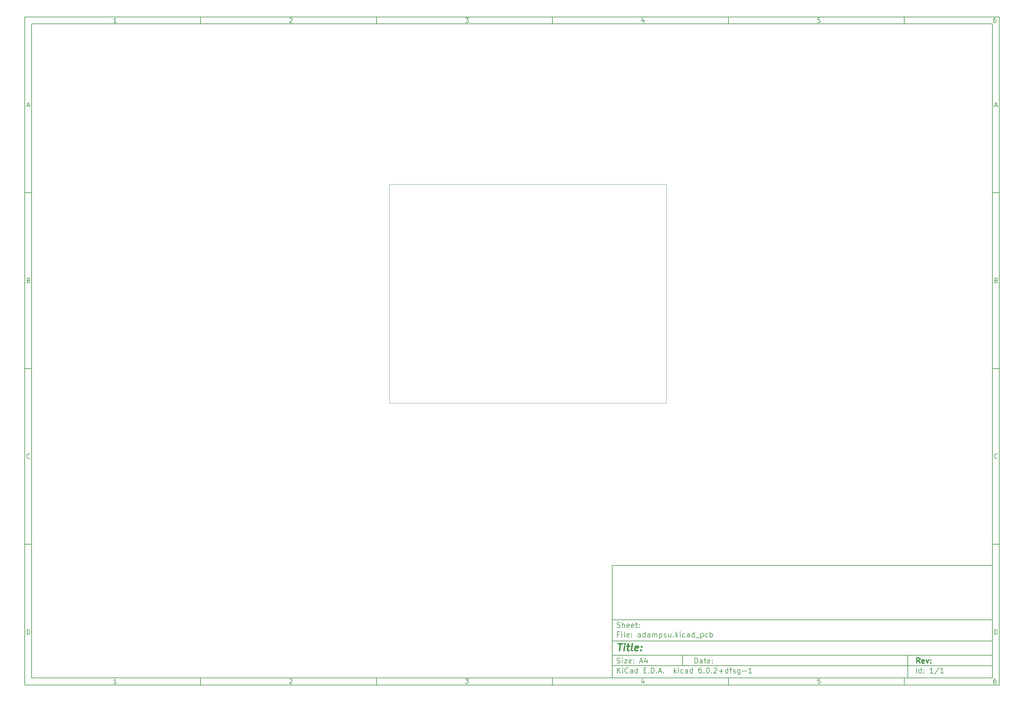
<source format=gbr>
G04 #@! TF.GenerationSoftware,KiCad,Pcbnew,6.0.2+dfsg-1*
G04 #@! TF.CreationDate,2023-07-16T14:07:36-07:00*
G04 #@! TF.ProjectId,adampsu,6164616d-7073-4752-9e6b-696361645f70,rev?*
G04 #@! TF.SameCoordinates,Original*
G04 #@! TF.FileFunction,Profile,NP*
%FSLAX46Y46*%
G04 Gerber Fmt 4.6, Leading zero omitted, Abs format (unit mm)*
G04 Created by KiCad (PCBNEW 6.0.2+dfsg-1) date 2023-07-16 14:07:36*
%MOMM*%
%LPD*%
G01*
G04 APERTURE LIST*
%ADD10C,0.100000*%
%ADD11C,0.150000*%
%ADD12C,0.300000*%
%ADD13C,0.400000*%
G04 #@! TA.AperFunction,Profile*
%ADD14C,0.050000*%
G04 #@! TD*
G04 APERTURE END LIST*
D10*
D11*
X177002200Y-166007200D02*
X177002200Y-198007200D01*
X285002200Y-198007200D01*
X285002200Y-166007200D01*
X177002200Y-166007200D01*
D10*
D11*
X10000000Y-10000000D02*
X10000000Y-200007200D01*
X287002200Y-200007200D01*
X287002200Y-10000000D01*
X10000000Y-10000000D01*
D10*
D11*
X12000000Y-12000000D02*
X12000000Y-198007200D01*
X285002200Y-198007200D01*
X285002200Y-12000000D01*
X12000000Y-12000000D01*
D10*
D11*
X60000000Y-12000000D02*
X60000000Y-10000000D01*
D10*
D11*
X110000000Y-12000000D02*
X110000000Y-10000000D01*
D10*
D11*
X160000000Y-12000000D02*
X160000000Y-10000000D01*
D10*
D11*
X210000000Y-12000000D02*
X210000000Y-10000000D01*
D10*
D11*
X260000000Y-12000000D02*
X260000000Y-10000000D01*
D10*
D11*
X36065476Y-11588095D02*
X35322619Y-11588095D01*
X35694047Y-11588095D02*
X35694047Y-10288095D01*
X35570238Y-10473809D01*
X35446428Y-10597619D01*
X35322619Y-10659523D01*
D10*
D11*
X85322619Y-10411904D02*
X85384523Y-10350000D01*
X85508333Y-10288095D01*
X85817857Y-10288095D01*
X85941666Y-10350000D01*
X86003571Y-10411904D01*
X86065476Y-10535714D01*
X86065476Y-10659523D01*
X86003571Y-10845238D01*
X85260714Y-11588095D01*
X86065476Y-11588095D01*
D10*
D11*
X135260714Y-10288095D02*
X136065476Y-10288095D01*
X135632142Y-10783333D01*
X135817857Y-10783333D01*
X135941666Y-10845238D01*
X136003571Y-10907142D01*
X136065476Y-11030952D01*
X136065476Y-11340476D01*
X136003571Y-11464285D01*
X135941666Y-11526190D01*
X135817857Y-11588095D01*
X135446428Y-11588095D01*
X135322619Y-11526190D01*
X135260714Y-11464285D01*
D10*
D11*
X185941666Y-10721428D02*
X185941666Y-11588095D01*
X185632142Y-10226190D02*
X185322619Y-11154761D01*
X186127380Y-11154761D01*
D10*
D11*
X236003571Y-10288095D02*
X235384523Y-10288095D01*
X235322619Y-10907142D01*
X235384523Y-10845238D01*
X235508333Y-10783333D01*
X235817857Y-10783333D01*
X235941666Y-10845238D01*
X236003571Y-10907142D01*
X236065476Y-11030952D01*
X236065476Y-11340476D01*
X236003571Y-11464285D01*
X235941666Y-11526190D01*
X235817857Y-11588095D01*
X235508333Y-11588095D01*
X235384523Y-11526190D01*
X235322619Y-11464285D01*
D10*
D11*
X285941666Y-10288095D02*
X285694047Y-10288095D01*
X285570238Y-10350000D01*
X285508333Y-10411904D01*
X285384523Y-10597619D01*
X285322619Y-10845238D01*
X285322619Y-11340476D01*
X285384523Y-11464285D01*
X285446428Y-11526190D01*
X285570238Y-11588095D01*
X285817857Y-11588095D01*
X285941666Y-11526190D01*
X286003571Y-11464285D01*
X286065476Y-11340476D01*
X286065476Y-11030952D01*
X286003571Y-10907142D01*
X285941666Y-10845238D01*
X285817857Y-10783333D01*
X285570238Y-10783333D01*
X285446428Y-10845238D01*
X285384523Y-10907142D01*
X285322619Y-11030952D01*
D10*
D11*
X60000000Y-198007200D02*
X60000000Y-200007200D01*
D10*
D11*
X110000000Y-198007200D02*
X110000000Y-200007200D01*
D10*
D11*
X160000000Y-198007200D02*
X160000000Y-200007200D01*
D10*
D11*
X210000000Y-198007200D02*
X210000000Y-200007200D01*
D10*
D11*
X260000000Y-198007200D02*
X260000000Y-200007200D01*
D10*
D11*
X36065476Y-199595295D02*
X35322619Y-199595295D01*
X35694047Y-199595295D02*
X35694047Y-198295295D01*
X35570238Y-198481009D01*
X35446428Y-198604819D01*
X35322619Y-198666723D01*
D10*
D11*
X85322619Y-198419104D02*
X85384523Y-198357200D01*
X85508333Y-198295295D01*
X85817857Y-198295295D01*
X85941666Y-198357200D01*
X86003571Y-198419104D01*
X86065476Y-198542914D01*
X86065476Y-198666723D01*
X86003571Y-198852438D01*
X85260714Y-199595295D01*
X86065476Y-199595295D01*
D10*
D11*
X135260714Y-198295295D02*
X136065476Y-198295295D01*
X135632142Y-198790533D01*
X135817857Y-198790533D01*
X135941666Y-198852438D01*
X136003571Y-198914342D01*
X136065476Y-199038152D01*
X136065476Y-199347676D01*
X136003571Y-199471485D01*
X135941666Y-199533390D01*
X135817857Y-199595295D01*
X135446428Y-199595295D01*
X135322619Y-199533390D01*
X135260714Y-199471485D01*
D10*
D11*
X185941666Y-198728628D02*
X185941666Y-199595295D01*
X185632142Y-198233390D02*
X185322619Y-199161961D01*
X186127380Y-199161961D01*
D10*
D11*
X236003571Y-198295295D02*
X235384523Y-198295295D01*
X235322619Y-198914342D01*
X235384523Y-198852438D01*
X235508333Y-198790533D01*
X235817857Y-198790533D01*
X235941666Y-198852438D01*
X236003571Y-198914342D01*
X236065476Y-199038152D01*
X236065476Y-199347676D01*
X236003571Y-199471485D01*
X235941666Y-199533390D01*
X235817857Y-199595295D01*
X235508333Y-199595295D01*
X235384523Y-199533390D01*
X235322619Y-199471485D01*
D10*
D11*
X285941666Y-198295295D02*
X285694047Y-198295295D01*
X285570238Y-198357200D01*
X285508333Y-198419104D01*
X285384523Y-198604819D01*
X285322619Y-198852438D01*
X285322619Y-199347676D01*
X285384523Y-199471485D01*
X285446428Y-199533390D01*
X285570238Y-199595295D01*
X285817857Y-199595295D01*
X285941666Y-199533390D01*
X286003571Y-199471485D01*
X286065476Y-199347676D01*
X286065476Y-199038152D01*
X286003571Y-198914342D01*
X285941666Y-198852438D01*
X285817857Y-198790533D01*
X285570238Y-198790533D01*
X285446428Y-198852438D01*
X285384523Y-198914342D01*
X285322619Y-199038152D01*
D10*
D11*
X10000000Y-60000000D02*
X12000000Y-60000000D01*
D10*
D11*
X10000000Y-110000000D02*
X12000000Y-110000000D01*
D10*
D11*
X10000000Y-160000000D02*
X12000000Y-160000000D01*
D10*
D11*
X10690476Y-35216666D02*
X11309523Y-35216666D01*
X10566666Y-35588095D02*
X11000000Y-34288095D01*
X11433333Y-35588095D01*
D10*
D11*
X11092857Y-84907142D02*
X11278571Y-84969047D01*
X11340476Y-85030952D01*
X11402380Y-85154761D01*
X11402380Y-85340476D01*
X11340476Y-85464285D01*
X11278571Y-85526190D01*
X11154761Y-85588095D01*
X10659523Y-85588095D01*
X10659523Y-84288095D01*
X11092857Y-84288095D01*
X11216666Y-84350000D01*
X11278571Y-84411904D01*
X11340476Y-84535714D01*
X11340476Y-84659523D01*
X11278571Y-84783333D01*
X11216666Y-84845238D01*
X11092857Y-84907142D01*
X10659523Y-84907142D01*
D10*
D11*
X11402380Y-135464285D02*
X11340476Y-135526190D01*
X11154761Y-135588095D01*
X11030952Y-135588095D01*
X10845238Y-135526190D01*
X10721428Y-135402380D01*
X10659523Y-135278571D01*
X10597619Y-135030952D01*
X10597619Y-134845238D01*
X10659523Y-134597619D01*
X10721428Y-134473809D01*
X10845238Y-134350000D01*
X11030952Y-134288095D01*
X11154761Y-134288095D01*
X11340476Y-134350000D01*
X11402380Y-134411904D01*
D10*
D11*
X10659523Y-185588095D02*
X10659523Y-184288095D01*
X10969047Y-184288095D01*
X11154761Y-184350000D01*
X11278571Y-184473809D01*
X11340476Y-184597619D01*
X11402380Y-184845238D01*
X11402380Y-185030952D01*
X11340476Y-185278571D01*
X11278571Y-185402380D01*
X11154761Y-185526190D01*
X10969047Y-185588095D01*
X10659523Y-185588095D01*
D10*
D11*
X287002200Y-60000000D02*
X285002200Y-60000000D01*
D10*
D11*
X287002200Y-110000000D02*
X285002200Y-110000000D01*
D10*
D11*
X287002200Y-160000000D02*
X285002200Y-160000000D01*
D10*
D11*
X285692676Y-35216666D02*
X286311723Y-35216666D01*
X285568866Y-35588095D02*
X286002200Y-34288095D01*
X286435533Y-35588095D01*
D10*
D11*
X286095057Y-84907142D02*
X286280771Y-84969047D01*
X286342676Y-85030952D01*
X286404580Y-85154761D01*
X286404580Y-85340476D01*
X286342676Y-85464285D01*
X286280771Y-85526190D01*
X286156961Y-85588095D01*
X285661723Y-85588095D01*
X285661723Y-84288095D01*
X286095057Y-84288095D01*
X286218866Y-84350000D01*
X286280771Y-84411904D01*
X286342676Y-84535714D01*
X286342676Y-84659523D01*
X286280771Y-84783333D01*
X286218866Y-84845238D01*
X286095057Y-84907142D01*
X285661723Y-84907142D01*
D10*
D11*
X286404580Y-135464285D02*
X286342676Y-135526190D01*
X286156961Y-135588095D01*
X286033152Y-135588095D01*
X285847438Y-135526190D01*
X285723628Y-135402380D01*
X285661723Y-135278571D01*
X285599819Y-135030952D01*
X285599819Y-134845238D01*
X285661723Y-134597619D01*
X285723628Y-134473809D01*
X285847438Y-134350000D01*
X286033152Y-134288095D01*
X286156961Y-134288095D01*
X286342676Y-134350000D01*
X286404580Y-134411904D01*
D10*
D11*
X285661723Y-185588095D02*
X285661723Y-184288095D01*
X285971247Y-184288095D01*
X286156961Y-184350000D01*
X286280771Y-184473809D01*
X286342676Y-184597619D01*
X286404580Y-184845238D01*
X286404580Y-185030952D01*
X286342676Y-185278571D01*
X286280771Y-185402380D01*
X286156961Y-185526190D01*
X285971247Y-185588095D01*
X285661723Y-185588095D01*
D10*
D11*
X200434342Y-193785771D02*
X200434342Y-192285771D01*
X200791485Y-192285771D01*
X201005771Y-192357200D01*
X201148628Y-192500057D01*
X201220057Y-192642914D01*
X201291485Y-192928628D01*
X201291485Y-193142914D01*
X201220057Y-193428628D01*
X201148628Y-193571485D01*
X201005771Y-193714342D01*
X200791485Y-193785771D01*
X200434342Y-193785771D01*
X202577200Y-193785771D02*
X202577200Y-193000057D01*
X202505771Y-192857200D01*
X202362914Y-192785771D01*
X202077200Y-192785771D01*
X201934342Y-192857200D01*
X202577200Y-193714342D02*
X202434342Y-193785771D01*
X202077200Y-193785771D01*
X201934342Y-193714342D01*
X201862914Y-193571485D01*
X201862914Y-193428628D01*
X201934342Y-193285771D01*
X202077200Y-193214342D01*
X202434342Y-193214342D01*
X202577200Y-193142914D01*
X203077200Y-192785771D02*
X203648628Y-192785771D01*
X203291485Y-192285771D02*
X203291485Y-193571485D01*
X203362914Y-193714342D01*
X203505771Y-193785771D01*
X203648628Y-193785771D01*
X204720057Y-193714342D02*
X204577200Y-193785771D01*
X204291485Y-193785771D01*
X204148628Y-193714342D01*
X204077200Y-193571485D01*
X204077200Y-193000057D01*
X204148628Y-192857200D01*
X204291485Y-192785771D01*
X204577200Y-192785771D01*
X204720057Y-192857200D01*
X204791485Y-193000057D01*
X204791485Y-193142914D01*
X204077200Y-193285771D01*
X205434342Y-193642914D02*
X205505771Y-193714342D01*
X205434342Y-193785771D01*
X205362914Y-193714342D01*
X205434342Y-193642914D01*
X205434342Y-193785771D01*
X205434342Y-192857200D02*
X205505771Y-192928628D01*
X205434342Y-193000057D01*
X205362914Y-192928628D01*
X205434342Y-192857200D01*
X205434342Y-193000057D01*
D10*
D11*
X177002200Y-194507200D02*
X285002200Y-194507200D01*
D10*
D11*
X178434342Y-196585771D02*
X178434342Y-195085771D01*
X179291485Y-196585771D02*
X178648628Y-195728628D01*
X179291485Y-195085771D02*
X178434342Y-195942914D01*
X179934342Y-196585771D02*
X179934342Y-195585771D01*
X179934342Y-195085771D02*
X179862914Y-195157200D01*
X179934342Y-195228628D01*
X180005771Y-195157200D01*
X179934342Y-195085771D01*
X179934342Y-195228628D01*
X181505771Y-196442914D02*
X181434342Y-196514342D01*
X181220057Y-196585771D01*
X181077200Y-196585771D01*
X180862914Y-196514342D01*
X180720057Y-196371485D01*
X180648628Y-196228628D01*
X180577200Y-195942914D01*
X180577200Y-195728628D01*
X180648628Y-195442914D01*
X180720057Y-195300057D01*
X180862914Y-195157200D01*
X181077200Y-195085771D01*
X181220057Y-195085771D01*
X181434342Y-195157200D01*
X181505771Y-195228628D01*
X182791485Y-196585771D02*
X182791485Y-195800057D01*
X182720057Y-195657200D01*
X182577200Y-195585771D01*
X182291485Y-195585771D01*
X182148628Y-195657200D01*
X182791485Y-196514342D02*
X182648628Y-196585771D01*
X182291485Y-196585771D01*
X182148628Y-196514342D01*
X182077200Y-196371485D01*
X182077200Y-196228628D01*
X182148628Y-196085771D01*
X182291485Y-196014342D01*
X182648628Y-196014342D01*
X182791485Y-195942914D01*
X184148628Y-196585771D02*
X184148628Y-195085771D01*
X184148628Y-196514342D02*
X184005771Y-196585771D01*
X183720057Y-196585771D01*
X183577200Y-196514342D01*
X183505771Y-196442914D01*
X183434342Y-196300057D01*
X183434342Y-195871485D01*
X183505771Y-195728628D01*
X183577200Y-195657200D01*
X183720057Y-195585771D01*
X184005771Y-195585771D01*
X184148628Y-195657200D01*
X186005771Y-195800057D02*
X186505771Y-195800057D01*
X186720057Y-196585771D02*
X186005771Y-196585771D01*
X186005771Y-195085771D01*
X186720057Y-195085771D01*
X187362914Y-196442914D02*
X187434342Y-196514342D01*
X187362914Y-196585771D01*
X187291485Y-196514342D01*
X187362914Y-196442914D01*
X187362914Y-196585771D01*
X188077200Y-196585771D02*
X188077200Y-195085771D01*
X188434342Y-195085771D01*
X188648628Y-195157200D01*
X188791485Y-195300057D01*
X188862914Y-195442914D01*
X188934342Y-195728628D01*
X188934342Y-195942914D01*
X188862914Y-196228628D01*
X188791485Y-196371485D01*
X188648628Y-196514342D01*
X188434342Y-196585771D01*
X188077200Y-196585771D01*
X189577200Y-196442914D02*
X189648628Y-196514342D01*
X189577200Y-196585771D01*
X189505771Y-196514342D01*
X189577200Y-196442914D01*
X189577200Y-196585771D01*
X190220057Y-196157200D02*
X190934342Y-196157200D01*
X190077200Y-196585771D02*
X190577200Y-195085771D01*
X191077200Y-196585771D01*
X191577200Y-196442914D02*
X191648628Y-196514342D01*
X191577200Y-196585771D01*
X191505771Y-196514342D01*
X191577200Y-196442914D01*
X191577200Y-196585771D01*
X194577200Y-196585771D02*
X194577200Y-195085771D01*
X194720057Y-196014342D02*
X195148628Y-196585771D01*
X195148628Y-195585771D02*
X194577200Y-196157200D01*
X195791485Y-196585771D02*
X195791485Y-195585771D01*
X195791485Y-195085771D02*
X195720057Y-195157200D01*
X195791485Y-195228628D01*
X195862914Y-195157200D01*
X195791485Y-195085771D01*
X195791485Y-195228628D01*
X197148628Y-196514342D02*
X197005771Y-196585771D01*
X196720057Y-196585771D01*
X196577200Y-196514342D01*
X196505771Y-196442914D01*
X196434342Y-196300057D01*
X196434342Y-195871485D01*
X196505771Y-195728628D01*
X196577200Y-195657200D01*
X196720057Y-195585771D01*
X197005771Y-195585771D01*
X197148628Y-195657200D01*
X198434342Y-196585771D02*
X198434342Y-195800057D01*
X198362914Y-195657200D01*
X198220057Y-195585771D01*
X197934342Y-195585771D01*
X197791485Y-195657200D01*
X198434342Y-196514342D02*
X198291485Y-196585771D01*
X197934342Y-196585771D01*
X197791485Y-196514342D01*
X197720057Y-196371485D01*
X197720057Y-196228628D01*
X197791485Y-196085771D01*
X197934342Y-196014342D01*
X198291485Y-196014342D01*
X198434342Y-195942914D01*
X199791485Y-196585771D02*
X199791485Y-195085771D01*
X199791485Y-196514342D02*
X199648628Y-196585771D01*
X199362914Y-196585771D01*
X199220057Y-196514342D01*
X199148628Y-196442914D01*
X199077200Y-196300057D01*
X199077200Y-195871485D01*
X199148628Y-195728628D01*
X199220057Y-195657200D01*
X199362914Y-195585771D01*
X199648628Y-195585771D01*
X199791485Y-195657200D01*
X202291485Y-195085771D02*
X202005771Y-195085771D01*
X201862914Y-195157200D01*
X201791485Y-195228628D01*
X201648628Y-195442914D01*
X201577200Y-195728628D01*
X201577200Y-196300057D01*
X201648628Y-196442914D01*
X201720057Y-196514342D01*
X201862914Y-196585771D01*
X202148628Y-196585771D01*
X202291485Y-196514342D01*
X202362914Y-196442914D01*
X202434342Y-196300057D01*
X202434342Y-195942914D01*
X202362914Y-195800057D01*
X202291485Y-195728628D01*
X202148628Y-195657200D01*
X201862914Y-195657200D01*
X201720057Y-195728628D01*
X201648628Y-195800057D01*
X201577200Y-195942914D01*
X203077200Y-196442914D02*
X203148628Y-196514342D01*
X203077200Y-196585771D01*
X203005771Y-196514342D01*
X203077200Y-196442914D01*
X203077200Y-196585771D01*
X204077200Y-195085771D02*
X204220057Y-195085771D01*
X204362914Y-195157200D01*
X204434342Y-195228628D01*
X204505771Y-195371485D01*
X204577200Y-195657200D01*
X204577200Y-196014342D01*
X204505771Y-196300057D01*
X204434342Y-196442914D01*
X204362914Y-196514342D01*
X204220057Y-196585771D01*
X204077200Y-196585771D01*
X203934342Y-196514342D01*
X203862914Y-196442914D01*
X203791485Y-196300057D01*
X203720057Y-196014342D01*
X203720057Y-195657200D01*
X203791485Y-195371485D01*
X203862914Y-195228628D01*
X203934342Y-195157200D01*
X204077200Y-195085771D01*
X205220057Y-196442914D02*
X205291485Y-196514342D01*
X205220057Y-196585771D01*
X205148628Y-196514342D01*
X205220057Y-196442914D01*
X205220057Y-196585771D01*
X205862914Y-195228628D02*
X205934342Y-195157200D01*
X206077200Y-195085771D01*
X206434342Y-195085771D01*
X206577200Y-195157200D01*
X206648628Y-195228628D01*
X206720057Y-195371485D01*
X206720057Y-195514342D01*
X206648628Y-195728628D01*
X205791485Y-196585771D01*
X206720057Y-196585771D01*
X207362914Y-196014342D02*
X208505771Y-196014342D01*
X207934342Y-196585771D02*
X207934342Y-195442914D01*
X209862914Y-196585771D02*
X209862914Y-195085771D01*
X209862914Y-196514342D02*
X209720057Y-196585771D01*
X209434342Y-196585771D01*
X209291485Y-196514342D01*
X209220057Y-196442914D01*
X209148628Y-196300057D01*
X209148628Y-195871485D01*
X209220057Y-195728628D01*
X209291485Y-195657200D01*
X209434342Y-195585771D01*
X209720057Y-195585771D01*
X209862914Y-195657200D01*
X210362914Y-195585771D02*
X210934342Y-195585771D01*
X210577200Y-196585771D02*
X210577200Y-195300057D01*
X210648628Y-195157200D01*
X210791485Y-195085771D01*
X210934342Y-195085771D01*
X211362914Y-196514342D02*
X211505771Y-196585771D01*
X211791485Y-196585771D01*
X211934342Y-196514342D01*
X212005771Y-196371485D01*
X212005771Y-196300057D01*
X211934342Y-196157200D01*
X211791485Y-196085771D01*
X211577200Y-196085771D01*
X211434342Y-196014342D01*
X211362914Y-195871485D01*
X211362914Y-195800057D01*
X211434342Y-195657200D01*
X211577200Y-195585771D01*
X211791485Y-195585771D01*
X211934342Y-195657200D01*
X213291485Y-195585771D02*
X213291485Y-196800057D01*
X213220057Y-196942914D01*
X213148628Y-197014342D01*
X213005771Y-197085771D01*
X212791485Y-197085771D01*
X212648628Y-197014342D01*
X213291485Y-196514342D02*
X213148628Y-196585771D01*
X212862914Y-196585771D01*
X212720057Y-196514342D01*
X212648628Y-196442914D01*
X212577200Y-196300057D01*
X212577200Y-195871485D01*
X212648628Y-195728628D01*
X212720057Y-195657200D01*
X212862914Y-195585771D01*
X213148628Y-195585771D01*
X213291485Y-195657200D01*
X214005771Y-196014342D02*
X215148628Y-196014342D01*
X216648628Y-196585771D02*
X215791485Y-196585771D01*
X216220057Y-196585771D02*
X216220057Y-195085771D01*
X216077200Y-195300057D01*
X215934342Y-195442914D01*
X215791485Y-195514342D01*
D10*
D11*
X177002200Y-191507200D02*
X285002200Y-191507200D01*
D10*
D12*
X264411485Y-193785771D02*
X263911485Y-193071485D01*
X263554342Y-193785771D02*
X263554342Y-192285771D01*
X264125771Y-192285771D01*
X264268628Y-192357200D01*
X264340057Y-192428628D01*
X264411485Y-192571485D01*
X264411485Y-192785771D01*
X264340057Y-192928628D01*
X264268628Y-193000057D01*
X264125771Y-193071485D01*
X263554342Y-193071485D01*
X265625771Y-193714342D02*
X265482914Y-193785771D01*
X265197200Y-193785771D01*
X265054342Y-193714342D01*
X264982914Y-193571485D01*
X264982914Y-193000057D01*
X265054342Y-192857200D01*
X265197200Y-192785771D01*
X265482914Y-192785771D01*
X265625771Y-192857200D01*
X265697200Y-193000057D01*
X265697200Y-193142914D01*
X264982914Y-193285771D01*
X266197200Y-192785771D02*
X266554342Y-193785771D01*
X266911485Y-192785771D01*
X267482914Y-193642914D02*
X267554342Y-193714342D01*
X267482914Y-193785771D01*
X267411485Y-193714342D01*
X267482914Y-193642914D01*
X267482914Y-193785771D01*
X267482914Y-192857200D02*
X267554342Y-192928628D01*
X267482914Y-193000057D01*
X267411485Y-192928628D01*
X267482914Y-192857200D01*
X267482914Y-193000057D01*
D10*
D11*
X178362914Y-193714342D02*
X178577200Y-193785771D01*
X178934342Y-193785771D01*
X179077200Y-193714342D01*
X179148628Y-193642914D01*
X179220057Y-193500057D01*
X179220057Y-193357200D01*
X179148628Y-193214342D01*
X179077200Y-193142914D01*
X178934342Y-193071485D01*
X178648628Y-193000057D01*
X178505771Y-192928628D01*
X178434342Y-192857200D01*
X178362914Y-192714342D01*
X178362914Y-192571485D01*
X178434342Y-192428628D01*
X178505771Y-192357200D01*
X178648628Y-192285771D01*
X179005771Y-192285771D01*
X179220057Y-192357200D01*
X179862914Y-193785771D02*
X179862914Y-192785771D01*
X179862914Y-192285771D02*
X179791485Y-192357200D01*
X179862914Y-192428628D01*
X179934342Y-192357200D01*
X179862914Y-192285771D01*
X179862914Y-192428628D01*
X180434342Y-192785771D02*
X181220057Y-192785771D01*
X180434342Y-193785771D01*
X181220057Y-193785771D01*
X182362914Y-193714342D02*
X182220057Y-193785771D01*
X181934342Y-193785771D01*
X181791485Y-193714342D01*
X181720057Y-193571485D01*
X181720057Y-193000057D01*
X181791485Y-192857200D01*
X181934342Y-192785771D01*
X182220057Y-192785771D01*
X182362914Y-192857200D01*
X182434342Y-193000057D01*
X182434342Y-193142914D01*
X181720057Y-193285771D01*
X183077200Y-193642914D02*
X183148628Y-193714342D01*
X183077200Y-193785771D01*
X183005771Y-193714342D01*
X183077200Y-193642914D01*
X183077200Y-193785771D01*
X183077200Y-192857200D02*
X183148628Y-192928628D01*
X183077200Y-193000057D01*
X183005771Y-192928628D01*
X183077200Y-192857200D01*
X183077200Y-193000057D01*
X184862914Y-193357200D02*
X185577200Y-193357200D01*
X184720057Y-193785771D02*
X185220057Y-192285771D01*
X185720057Y-193785771D01*
X186862914Y-192785771D02*
X186862914Y-193785771D01*
X186505771Y-192214342D02*
X186148628Y-193285771D01*
X187077200Y-193285771D01*
D10*
D11*
X263434342Y-196585771D02*
X263434342Y-195085771D01*
X264791485Y-196585771D02*
X264791485Y-195085771D01*
X264791485Y-196514342D02*
X264648628Y-196585771D01*
X264362914Y-196585771D01*
X264220057Y-196514342D01*
X264148628Y-196442914D01*
X264077200Y-196300057D01*
X264077200Y-195871485D01*
X264148628Y-195728628D01*
X264220057Y-195657200D01*
X264362914Y-195585771D01*
X264648628Y-195585771D01*
X264791485Y-195657200D01*
X265505771Y-196442914D02*
X265577200Y-196514342D01*
X265505771Y-196585771D01*
X265434342Y-196514342D01*
X265505771Y-196442914D01*
X265505771Y-196585771D01*
X265505771Y-195657200D02*
X265577200Y-195728628D01*
X265505771Y-195800057D01*
X265434342Y-195728628D01*
X265505771Y-195657200D01*
X265505771Y-195800057D01*
X268148628Y-196585771D02*
X267291485Y-196585771D01*
X267720057Y-196585771D02*
X267720057Y-195085771D01*
X267577200Y-195300057D01*
X267434342Y-195442914D01*
X267291485Y-195514342D01*
X269862914Y-195014342D02*
X268577200Y-196942914D01*
X271148628Y-196585771D02*
X270291485Y-196585771D01*
X270720057Y-196585771D02*
X270720057Y-195085771D01*
X270577200Y-195300057D01*
X270434342Y-195442914D01*
X270291485Y-195514342D01*
D10*
D11*
X177002200Y-187507200D02*
X285002200Y-187507200D01*
D10*
D13*
X178714580Y-188211961D02*
X179857438Y-188211961D01*
X179036009Y-190211961D02*
X179286009Y-188211961D01*
X180274104Y-190211961D02*
X180440771Y-188878628D01*
X180524104Y-188211961D02*
X180416961Y-188307200D01*
X180500295Y-188402438D01*
X180607438Y-188307200D01*
X180524104Y-188211961D01*
X180500295Y-188402438D01*
X181107438Y-188878628D02*
X181869342Y-188878628D01*
X181476485Y-188211961D02*
X181262200Y-189926247D01*
X181333628Y-190116723D01*
X181512200Y-190211961D01*
X181702676Y-190211961D01*
X182655057Y-190211961D02*
X182476485Y-190116723D01*
X182405057Y-189926247D01*
X182619342Y-188211961D01*
X184190771Y-190116723D02*
X183988390Y-190211961D01*
X183607438Y-190211961D01*
X183428866Y-190116723D01*
X183357438Y-189926247D01*
X183452676Y-189164342D01*
X183571723Y-188973866D01*
X183774104Y-188878628D01*
X184155057Y-188878628D01*
X184333628Y-188973866D01*
X184405057Y-189164342D01*
X184381247Y-189354819D01*
X183405057Y-189545295D01*
X185155057Y-190021485D02*
X185238390Y-190116723D01*
X185131247Y-190211961D01*
X185047914Y-190116723D01*
X185155057Y-190021485D01*
X185131247Y-190211961D01*
X185286009Y-188973866D02*
X185369342Y-189069104D01*
X185262200Y-189164342D01*
X185178866Y-189069104D01*
X185286009Y-188973866D01*
X185262200Y-189164342D01*
D10*
D11*
X178934342Y-185600057D02*
X178434342Y-185600057D01*
X178434342Y-186385771D02*
X178434342Y-184885771D01*
X179148628Y-184885771D01*
X179720057Y-186385771D02*
X179720057Y-185385771D01*
X179720057Y-184885771D02*
X179648628Y-184957200D01*
X179720057Y-185028628D01*
X179791485Y-184957200D01*
X179720057Y-184885771D01*
X179720057Y-185028628D01*
X180648628Y-186385771D02*
X180505771Y-186314342D01*
X180434342Y-186171485D01*
X180434342Y-184885771D01*
X181791485Y-186314342D02*
X181648628Y-186385771D01*
X181362914Y-186385771D01*
X181220057Y-186314342D01*
X181148628Y-186171485D01*
X181148628Y-185600057D01*
X181220057Y-185457200D01*
X181362914Y-185385771D01*
X181648628Y-185385771D01*
X181791485Y-185457200D01*
X181862914Y-185600057D01*
X181862914Y-185742914D01*
X181148628Y-185885771D01*
X182505771Y-186242914D02*
X182577200Y-186314342D01*
X182505771Y-186385771D01*
X182434342Y-186314342D01*
X182505771Y-186242914D01*
X182505771Y-186385771D01*
X182505771Y-185457200D02*
X182577200Y-185528628D01*
X182505771Y-185600057D01*
X182434342Y-185528628D01*
X182505771Y-185457200D01*
X182505771Y-185600057D01*
X185005771Y-186385771D02*
X185005771Y-185600057D01*
X184934342Y-185457200D01*
X184791485Y-185385771D01*
X184505771Y-185385771D01*
X184362914Y-185457200D01*
X185005771Y-186314342D02*
X184862914Y-186385771D01*
X184505771Y-186385771D01*
X184362914Y-186314342D01*
X184291485Y-186171485D01*
X184291485Y-186028628D01*
X184362914Y-185885771D01*
X184505771Y-185814342D01*
X184862914Y-185814342D01*
X185005771Y-185742914D01*
X186362914Y-186385771D02*
X186362914Y-184885771D01*
X186362914Y-186314342D02*
X186220057Y-186385771D01*
X185934342Y-186385771D01*
X185791485Y-186314342D01*
X185720057Y-186242914D01*
X185648628Y-186100057D01*
X185648628Y-185671485D01*
X185720057Y-185528628D01*
X185791485Y-185457200D01*
X185934342Y-185385771D01*
X186220057Y-185385771D01*
X186362914Y-185457200D01*
X187720057Y-186385771D02*
X187720057Y-185600057D01*
X187648628Y-185457200D01*
X187505771Y-185385771D01*
X187220057Y-185385771D01*
X187077200Y-185457200D01*
X187720057Y-186314342D02*
X187577200Y-186385771D01*
X187220057Y-186385771D01*
X187077200Y-186314342D01*
X187005771Y-186171485D01*
X187005771Y-186028628D01*
X187077200Y-185885771D01*
X187220057Y-185814342D01*
X187577200Y-185814342D01*
X187720057Y-185742914D01*
X188434342Y-186385771D02*
X188434342Y-185385771D01*
X188434342Y-185528628D02*
X188505771Y-185457200D01*
X188648628Y-185385771D01*
X188862914Y-185385771D01*
X189005771Y-185457200D01*
X189077200Y-185600057D01*
X189077200Y-186385771D01*
X189077200Y-185600057D02*
X189148628Y-185457200D01*
X189291485Y-185385771D01*
X189505771Y-185385771D01*
X189648628Y-185457200D01*
X189720057Y-185600057D01*
X189720057Y-186385771D01*
X190434342Y-185385771D02*
X190434342Y-186885771D01*
X190434342Y-185457200D02*
X190577200Y-185385771D01*
X190862914Y-185385771D01*
X191005771Y-185457200D01*
X191077200Y-185528628D01*
X191148628Y-185671485D01*
X191148628Y-186100057D01*
X191077200Y-186242914D01*
X191005771Y-186314342D01*
X190862914Y-186385771D01*
X190577200Y-186385771D01*
X190434342Y-186314342D01*
X191720057Y-186314342D02*
X191862914Y-186385771D01*
X192148628Y-186385771D01*
X192291485Y-186314342D01*
X192362914Y-186171485D01*
X192362914Y-186100057D01*
X192291485Y-185957200D01*
X192148628Y-185885771D01*
X191934342Y-185885771D01*
X191791485Y-185814342D01*
X191720057Y-185671485D01*
X191720057Y-185600057D01*
X191791485Y-185457200D01*
X191934342Y-185385771D01*
X192148628Y-185385771D01*
X192291485Y-185457200D01*
X193648628Y-185385771D02*
X193648628Y-186385771D01*
X193005771Y-185385771D02*
X193005771Y-186171485D01*
X193077200Y-186314342D01*
X193220057Y-186385771D01*
X193434342Y-186385771D01*
X193577200Y-186314342D01*
X193648628Y-186242914D01*
X194362914Y-186242914D02*
X194434342Y-186314342D01*
X194362914Y-186385771D01*
X194291485Y-186314342D01*
X194362914Y-186242914D01*
X194362914Y-186385771D01*
X195077200Y-186385771D02*
X195077200Y-184885771D01*
X195220057Y-185814342D02*
X195648628Y-186385771D01*
X195648628Y-185385771D02*
X195077200Y-185957200D01*
X196291485Y-186385771D02*
X196291485Y-185385771D01*
X196291485Y-184885771D02*
X196220057Y-184957200D01*
X196291485Y-185028628D01*
X196362914Y-184957200D01*
X196291485Y-184885771D01*
X196291485Y-185028628D01*
X197648628Y-186314342D02*
X197505771Y-186385771D01*
X197220057Y-186385771D01*
X197077200Y-186314342D01*
X197005771Y-186242914D01*
X196934342Y-186100057D01*
X196934342Y-185671485D01*
X197005771Y-185528628D01*
X197077200Y-185457200D01*
X197220057Y-185385771D01*
X197505771Y-185385771D01*
X197648628Y-185457200D01*
X198934342Y-186385771D02*
X198934342Y-185600057D01*
X198862914Y-185457200D01*
X198720057Y-185385771D01*
X198434342Y-185385771D01*
X198291485Y-185457200D01*
X198934342Y-186314342D02*
X198791485Y-186385771D01*
X198434342Y-186385771D01*
X198291485Y-186314342D01*
X198220057Y-186171485D01*
X198220057Y-186028628D01*
X198291485Y-185885771D01*
X198434342Y-185814342D01*
X198791485Y-185814342D01*
X198934342Y-185742914D01*
X200291485Y-186385771D02*
X200291485Y-184885771D01*
X200291485Y-186314342D02*
X200148628Y-186385771D01*
X199862914Y-186385771D01*
X199720057Y-186314342D01*
X199648628Y-186242914D01*
X199577200Y-186100057D01*
X199577200Y-185671485D01*
X199648628Y-185528628D01*
X199720057Y-185457200D01*
X199862914Y-185385771D01*
X200148628Y-185385771D01*
X200291485Y-185457200D01*
X200648628Y-186528628D02*
X201791485Y-186528628D01*
X202148628Y-185385771D02*
X202148628Y-186885771D01*
X202148628Y-185457200D02*
X202291485Y-185385771D01*
X202577200Y-185385771D01*
X202720057Y-185457200D01*
X202791485Y-185528628D01*
X202862914Y-185671485D01*
X202862914Y-186100057D01*
X202791485Y-186242914D01*
X202720057Y-186314342D01*
X202577200Y-186385771D01*
X202291485Y-186385771D01*
X202148628Y-186314342D01*
X204148628Y-186314342D02*
X204005771Y-186385771D01*
X203720057Y-186385771D01*
X203577200Y-186314342D01*
X203505771Y-186242914D01*
X203434342Y-186100057D01*
X203434342Y-185671485D01*
X203505771Y-185528628D01*
X203577200Y-185457200D01*
X203720057Y-185385771D01*
X204005771Y-185385771D01*
X204148628Y-185457200D01*
X204791485Y-186385771D02*
X204791485Y-184885771D01*
X204791485Y-185457200D02*
X204934342Y-185385771D01*
X205220057Y-185385771D01*
X205362914Y-185457200D01*
X205434342Y-185528628D01*
X205505771Y-185671485D01*
X205505771Y-186100057D01*
X205434342Y-186242914D01*
X205362914Y-186314342D01*
X205220057Y-186385771D01*
X204934342Y-186385771D01*
X204791485Y-186314342D01*
D10*
D11*
X177002200Y-181507200D02*
X285002200Y-181507200D01*
D10*
D11*
X178362914Y-183614342D02*
X178577200Y-183685771D01*
X178934342Y-183685771D01*
X179077200Y-183614342D01*
X179148628Y-183542914D01*
X179220057Y-183400057D01*
X179220057Y-183257200D01*
X179148628Y-183114342D01*
X179077200Y-183042914D01*
X178934342Y-182971485D01*
X178648628Y-182900057D01*
X178505771Y-182828628D01*
X178434342Y-182757200D01*
X178362914Y-182614342D01*
X178362914Y-182471485D01*
X178434342Y-182328628D01*
X178505771Y-182257200D01*
X178648628Y-182185771D01*
X179005771Y-182185771D01*
X179220057Y-182257200D01*
X179862914Y-183685771D02*
X179862914Y-182185771D01*
X180505771Y-183685771D02*
X180505771Y-182900057D01*
X180434342Y-182757200D01*
X180291485Y-182685771D01*
X180077200Y-182685771D01*
X179934342Y-182757200D01*
X179862914Y-182828628D01*
X181791485Y-183614342D02*
X181648628Y-183685771D01*
X181362914Y-183685771D01*
X181220057Y-183614342D01*
X181148628Y-183471485D01*
X181148628Y-182900057D01*
X181220057Y-182757200D01*
X181362914Y-182685771D01*
X181648628Y-182685771D01*
X181791485Y-182757200D01*
X181862914Y-182900057D01*
X181862914Y-183042914D01*
X181148628Y-183185771D01*
X183077200Y-183614342D02*
X182934342Y-183685771D01*
X182648628Y-183685771D01*
X182505771Y-183614342D01*
X182434342Y-183471485D01*
X182434342Y-182900057D01*
X182505771Y-182757200D01*
X182648628Y-182685771D01*
X182934342Y-182685771D01*
X183077200Y-182757200D01*
X183148628Y-182900057D01*
X183148628Y-183042914D01*
X182434342Y-183185771D01*
X183577200Y-182685771D02*
X184148628Y-182685771D01*
X183791485Y-182185771D02*
X183791485Y-183471485D01*
X183862914Y-183614342D01*
X184005771Y-183685771D01*
X184148628Y-183685771D01*
X184648628Y-183542914D02*
X184720057Y-183614342D01*
X184648628Y-183685771D01*
X184577200Y-183614342D01*
X184648628Y-183542914D01*
X184648628Y-183685771D01*
X184648628Y-182757200D02*
X184720057Y-182828628D01*
X184648628Y-182900057D01*
X184577200Y-182828628D01*
X184648628Y-182757200D01*
X184648628Y-182900057D01*
D10*
D12*
D10*
D11*
D10*
D11*
D10*
D11*
D10*
D11*
D10*
D11*
X197002200Y-191507200D02*
X197002200Y-194507200D01*
D10*
D11*
X261002200Y-191507200D02*
X261002200Y-198007200D01*
D14*
X192405000Y-119860000D02*
X113665000Y-119860000D01*
X113665000Y-119860000D02*
X113665000Y-57610000D01*
X192405000Y-57610000D02*
X192405000Y-119860000D01*
X113665000Y-57610000D02*
X192405000Y-57610000D01*
M02*

</source>
